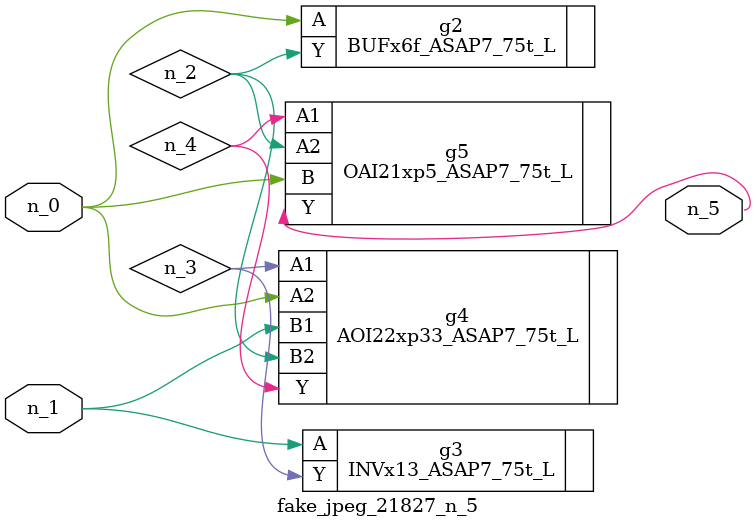
<source format=v>
module fake_jpeg_21827_n_5 (n_0, n_1, n_5);

input n_0;
input n_1;

output n_5;

wire n_2;
wire n_3;
wire n_4;

BUFx6f_ASAP7_75t_L g2 ( 
.A(n_0),
.Y(n_2)
);

INVx13_ASAP7_75t_L g3 ( 
.A(n_1),
.Y(n_3)
);

AOI22xp33_ASAP7_75t_L g4 ( 
.A1(n_3),
.A2(n_0),
.B1(n_1),
.B2(n_2),
.Y(n_4)
);

OAI21xp5_ASAP7_75t_L g5 ( 
.A1(n_4),
.A2(n_2),
.B(n_0),
.Y(n_5)
);


endmodule
</source>
